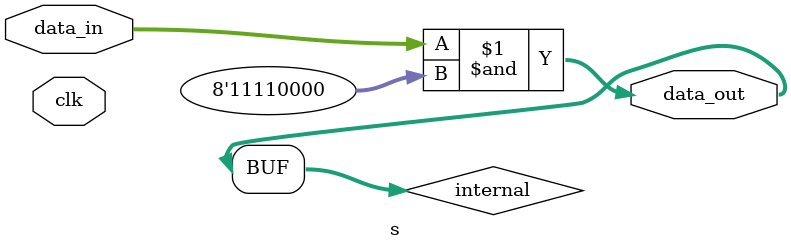
<source format=sv>
module s (
    input logic clk,
    input logic [7:0] data_in,
    output logic [7:0] data_out
);
    logic [7:0] internal;

    assign internal = data_in & 8'hF0;
    assign data_out = internal;

endmodule

</source>
